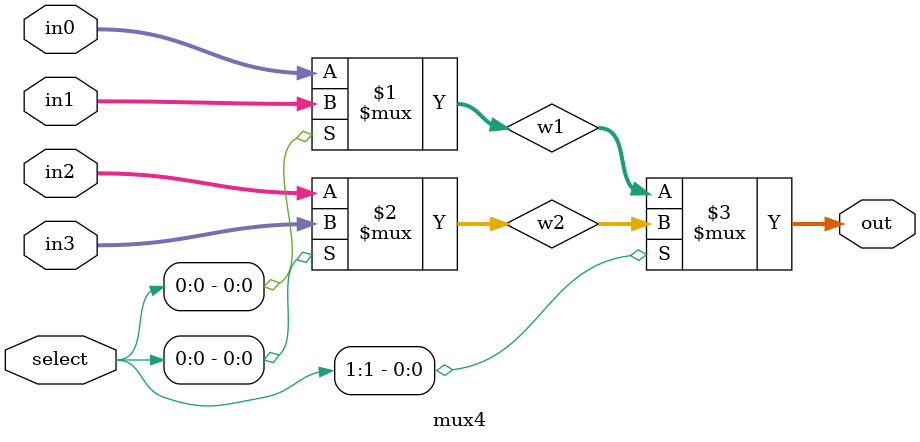
<source format=v>
module mux4(out, select, in0, in1, in2, in3);
    input [1:0] select;
    input [31:0] in0, in1, in2, in3;
    output [31:0] out;
    wire [31:0] w1, w2;
    assign w1 = select[0] ? in1 : in0;
    assign w2 = select[0] ? in3 : in2;
    assign out = select[1] ? w2 : w1;
endmodule
</source>
